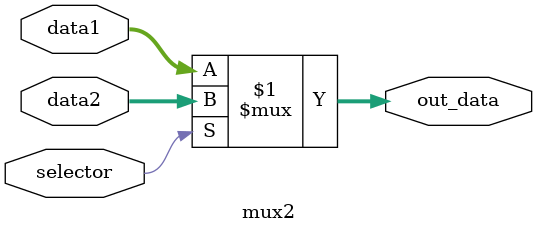
<source format=v>
module mux2 #(parameter width = 32)(
    input wire [width-1 : 0] data1, data2,
    input wire selector,

    output wire [width-1 : 0] out_data
    );

    assign out_data = (selector? data2 : data1);
endmodule
</source>
